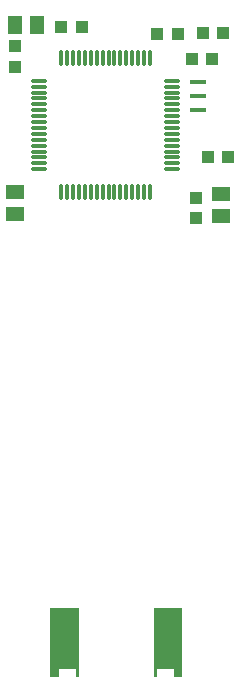
<source format=gbr>
G04 EAGLE Gerber RS-274X export*
G75*
%MOMM*%
%FSLAX34Y34*%
%LPD*%
%INSolderpaste Bottom*%
%IPPOS*%
%AMOC8*
5,1,8,0,0,1.08239X$1,22.5*%
G01*
%ADD10R,1.100000X1.000000*%
%ADD11R,1.300000X1.500000*%
%ADD12R,1.399997X0.400000*%
%ADD13R,1.000000X1.100000*%
%ADD14R,1.500000X1.300000*%
%ADD15C,0.300000*%

G36*
X-47371Y-443598D02*
X-47371Y-443598D01*
X-47371Y-443597D01*
X-47371Y-436502D01*
X-32781Y-436502D01*
X-32781Y-443597D01*
X-32777Y-443602D01*
X-32776Y-443602D01*
X-30226Y-443602D01*
X-30221Y-443598D01*
X-30221Y-443597D01*
X-30221Y-385197D01*
X-30225Y-385192D01*
X-30226Y-385192D01*
X-54376Y-385192D01*
X-54381Y-385196D01*
X-54381Y-385197D01*
X-54381Y-443597D01*
X-54377Y-443602D01*
X-54376Y-443602D01*
X-47376Y-443602D01*
X-47371Y-443598D01*
G37*
G36*
X35829Y-443598D02*
X35829Y-443598D01*
X35829Y-443597D01*
X35829Y-436502D01*
X50419Y-436502D01*
X50419Y-443597D01*
X50423Y-443602D01*
X50424Y-443602D01*
X57424Y-443602D01*
X57429Y-443598D01*
X57429Y-443597D01*
X57429Y-385197D01*
X57425Y-385192D01*
X57424Y-385192D01*
X33274Y-385192D01*
X33269Y-385196D01*
X33269Y-385197D01*
X33269Y-443597D01*
X33273Y-443602D01*
X33274Y-443602D01*
X35824Y-443602D01*
X35829Y-443598D01*
G37*
D10*
X91997Y101890D03*
X74997Y101890D03*
D11*
X-65520Y108848D03*
X-84520Y108848D03*
D12*
X70452Y60750D03*
X70452Y48750D03*
X70452Y36750D03*
D13*
X-44942Y107371D03*
X-27942Y107371D03*
D14*
X90485Y-53305D03*
X90485Y-34305D03*
X-84643Y-32400D03*
X-84643Y-51400D03*
D13*
X-84178Y90626D03*
X-84178Y73626D03*
X69083Y-54456D03*
X69083Y-37456D03*
D10*
X79427Y-2741D03*
X96427Y-2741D03*
X53316Y101316D03*
X36316Y101316D03*
X65300Y80150D03*
X82300Y80150D03*
D15*
X29880Y75630D02*
X29880Y85630D01*
X24880Y85630D02*
X24880Y75630D01*
X19880Y75630D02*
X19880Y85630D01*
X14880Y85630D02*
X14880Y75630D01*
X9880Y75630D02*
X9880Y85630D01*
X4880Y85630D02*
X4880Y75630D01*
X-120Y75630D02*
X-120Y85630D01*
X-5120Y85630D02*
X-5120Y75630D01*
X-10120Y75630D02*
X-10120Y85630D01*
X-15120Y85630D02*
X-15120Y75630D01*
X-20120Y75630D02*
X-20120Y85630D01*
X-25120Y85630D02*
X-25120Y75630D01*
X-30120Y75630D02*
X-30120Y85630D01*
X-35120Y85630D02*
X-35120Y75630D01*
X-40120Y75630D02*
X-40120Y85630D01*
X-45120Y85630D02*
X-45120Y75630D01*
X-59120Y61630D02*
X-69120Y61630D01*
X-69120Y56630D02*
X-59120Y56630D01*
X-59120Y51630D02*
X-69120Y51630D01*
X-69120Y46630D02*
X-59120Y46630D01*
X-59120Y41630D02*
X-69120Y41630D01*
X-69120Y36630D02*
X-59120Y36630D01*
X-59120Y31630D02*
X-69120Y31630D01*
X-69120Y26630D02*
X-59120Y26630D01*
X-59120Y21630D02*
X-69120Y21630D01*
X-69120Y16630D02*
X-59120Y16630D01*
X-59120Y11630D02*
X-69120Y11630D01*
X-69120Y6630D02*
X-59120Y6630D01*
X-59120Y1630D02*
X-69120Y1630D01*
X-69120Y-3370D02*
X-59120Y-3370D01*
X-59120Y-8370D02*
X-69120Y-8370D01*
X-69120Y-13370D02*
X-59120Y-13370D01*
X-45120Y-27370D02*
X-45120Y-37370D01*
X-40120Y-37370D02*
X-40120Y-27370D01*
X-35120Y-27370D02*
X-35120Y-37370D01*
X-30120Y-37370D02*
X-30120Y-27370D01*
X-25120Y-27370D02*
X-25120Y-37370D01*
X-20120Y-37370D02*
X-20120Y-27370D01*
X-15120Y-27370D02*
X-15120Y-37370D01*
X-10120Y-37370D02*
X-10120Y-27370D01*
X-5120Y-27370D02*
X-5120Y-37370D01*
X-120Y-37370D02*
X-120Y-27370D01*
X4880Y-27370D02*
X4880Y-37370D01*
X9880Y-37370D02*
X9880Y-27370D01*
X14880Y-27370D02*
X14880Y-37370D01*
X19880Y-37370D02*
X19880Y-27370D01*
X24880Y-27370D02*
X24880Y-37370D01*
X29880Y-37370D02*
X29880Y-27370D01*
X43880Y-13370D02*
X53880Y-13370D01*
X53880Y-8370D02*
X43880Y-8370D01*
X43880Y-3370D02*
X53880Y-3370D01*
X53880Y1630D02*
X43880Y1630D01*
X43880Y6630D02*
X53880Y6630D01*
X53880Y11630D02*
X43880Y11630D01*
X43880Y16630D02*
X53880Y16630D01*
X53880Y21630D02*
X43880Y21630D01*
X43880Y26630D02*
X53880Y26630D01*
X53880Y31630D02*
X43880Y31630D01*
X43880Y36630D02*
X53880Y36630D01*
X53880Y41630D02*
X43880Y41630D01*
X43880Y46630D02*
X53880Y46630D01*
X53880Y51630D02*
X43880Y51630D01*
X43880Y56630D02*
X53880Y56630D01*
X53880Y61630D02*
X43880Y61630D01*
M02*

</source>
